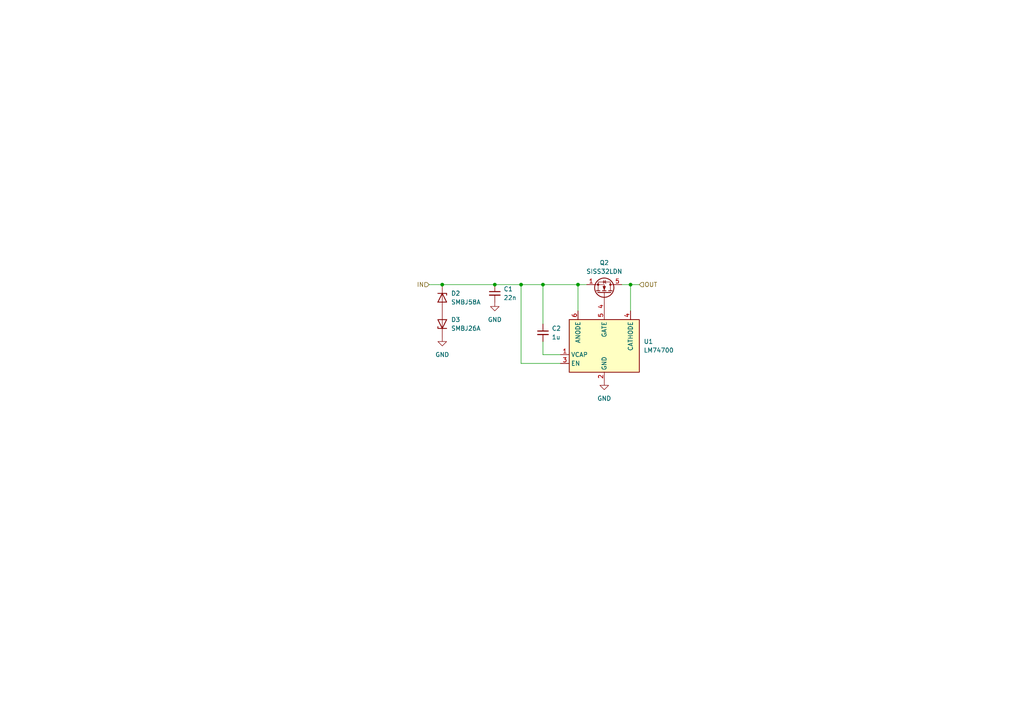
<source format=kicad_sch>
(kicad_sch (version 20231120) (generator "eeschema") (generator_version "8.0")
  (paper "A4")
  (lib_symbols
    (symbol "Device:C_Small" (pin_numbers hide) (pin_names (offset 0.254) hide)
      (property "Reference" "C" (at 0.254 1.778 0))
      (property "Value" "C_Small" (at 0.254 -2.032 0))
      (symbol "C_Small_0_1"
        (polyline (pts (xy -1.524 -0.508) (xy 1.524 -0.508)) (stroke (width 0.3302)))
        (polyline (pts (xy -1.524 0.508) (xy 1.524 0.508)) (stroke (width 0.3048)))
      )
      (symbol "C_Small_1_1"
        (pin passive line (at 0 2.54 270) (length 2.032) (name "~") (number "1"))
        (pin passive line (at 0 -2.54 90) (length 2.032) (name "~") (number "2"))
      )
    )
    (symbol "Device:D_Zener" (pin_numbers hide) (pin_names (offset 1.016) hide)
      (property "Reference" "D" (at 0 2.54 0))
      (property "Value" "D_Zener" (at 0 -2.54 0))
      (symbol "D_Zener_0_1"
        (polyline (pts (xy 1.27 0) (xy -1.27 0)))
        (polyline (pts (xy -1.27 -1.27) (xy -1.27 1.27) (xy -0.762 1.27)) (stroke (width 0.254)))
        (polyline (pts (xy 1.27 -1.27) (xy 1.27 1.27) (xy -1.27 0) (xy 1.27 -1.27)) (stroke (width 0.254)))
      )
      (symbol "D_Zener_1_1"
        (pin passive line (at -3.81 0 0) (length 2.54) (name "K") (number "1"))
        (pin passive line (at 3.81 0 180) (length 2.54) (name "A") (number "2"))
      )
    )
    (symbol "Power_Management:LM74700"
      (property "Reference" "U" (at -9.525 -8.89 0))
      (property "Value" "LM74700" (at 7.62 -8.89 0))
      (symbol "LM74700_0_1"
        (rectangle (start -10.16 7.62) (end 10.16 -7.62) (stroke (width 0.254)) (fill (type background)))
      )
      (symbol "LM74700_1_1"
        (pin passive line (at -12.7 -2.54 0) (length 2.54) (name "VCAP") (number "1"))
        (pin power_in line (at 0 -10.16 90) (length 2.54) (name "GND") (number "2"))
        (pin input line (at -12.7 -5.08 0) (length 2.54) (name "EN") (number "3"))
        (pin input line (at 7.62 10.16 270) (length 2.54) (name "CATHODE") (number "4"))
        (pin output line (at 0 10.16 270) (length 2.54) (name "GATE") (number "5"))
        (pin power_in line (at -7.62 10.16 270) (length 2.54) (name "ANODE") (number "6"))
      )
    )
    (symbol "bao-lib:SISS32LDN" (pin_names hide)
      (property "Reference" "Q" (at 5.08 1.905 0))
      (property "Value" "SISS32LDN" (at 5.08 0 0))
      (symbol "SISS32LDN_0_1"
        (polyline (pts (xy 0.254 0) (xy -2.54 0)))
        (polyline (pts (xy 0.254 1.905) (xy 0.254 -1.905)) (stroke (width 0.254)))
        (polyline (pts (xy 0.762 -1.27) (xy 0.762 -2.286)) (stroke (width 0.254)))
        (polyline (pts (xy 0.762 0.508) (xy 0.762 -0.508)) (stroke (width 0.254)))
        (polyline (pts (xy 0.762 2.286) (xy 0.762 1.27)) (stroke (width 0.254)))
        (polyline (pts (xy 2.54 2.54) (xy 2.54 1.778)))
        (polyline (pts (xy 2.54 -2.54) (xy 2.54 0) (xy 0.762 0)))
        (polyline (pts (xy 0.762 -1.778) (xy 3.302 -1.778) (xy 3.302 1.778) (xy 0.762 1.778)))
        (polyline (pts (xy 1.016 0) (xy 2.032 0.381) (xy 2.032 -0.381) (xy 1.016 0)) (fill (type outline)))
        (polyline (pts (xy 2.794 0.508) (xy 2.921 0.381) (xy 3.683 0.381) (xy 3.81 0.254)))
        (polyline (pts (xy 3.302 0.381) (xy 2.921 -0.254) (xy 3.683 -0.254) (xy 3.302 0.381)))
        (circle (center 1.651 0) (radius 2.794) (stroke (width 0.254)))
        (circle (center 2.54 -1.778) (radius 0.254) (fill (type outline)))
        (circle (center 2.54 1.778) (radius 0.254) (fill (type outline)))
      )
      (symbol "SISS32LDN_1_1"
        (pin passive line (at 2.54 -5.08 90) (length 2.54) (name "S") (number "1"))
        (pin passive line (at 2.54 -5.08 90) (length 2.54) hide (name "S") (number "2"))
        (pin passive line (at 2.54 -5.08 90) (length 2.54) hide (name "S") (number "3"))
        (pin input line (at -5.08 0 0) (length 2.54) (name "G") (number "4"))
        (pin passive line (at 2.54 5.08 270) (length 2.54) (name "D") (number "5"))
      )
    )
    (symbol "power:GND" (power) (pin_numbers hide) (pin_names (offset 0) hide)
      (property "Value" "GND" (at 0 -3.81 0))
      (symbol "GND_0_1"
        (polyline (pts (xy 0 0) (xy 0 -1.27) (xy 1.27 -1.27) (xy 0 -2.54) (xy -1.27 -1.27) (xy 0 -1.27)))
      )
      (symbol "GND_1_1"
        (pin power_in line (at 0 0 270) (length 0) (name "~") (number "1"))
      )
    )
  )
  (junction (at 128.27 82.55))
  (junction (at 157.48 82.55))
  (junction (at 182.88 82.55))
  (junction (at 151.13 82.55))
  (junction (at 167.64 82.55))
  (junction (at 143.51 82.55))
  (wire (pts (xy 151.13 82.55) (xy 157.48 82.55)))
  (wire (pts (xy 162.56 102.87) (xy 157.48 102.87)))
  (wire (pts (xy 167.64 90.17) (xy 167.64 82.55)))
  (wire (pts (xy 157.48 82.55) (xy 157.48 93.98)))
  (wire (pts (xy 151.13 105.41) (xy 151.13 82.55)))
  (wire (pts (xy 180.34 82.55) (xy 182.88 82.55)))
  (wire (pts (xy 167.64 82.55) (xy 170.18 82.55)))
  (wire (pts (xy 182.88 82.55) (xy 182.88 90.17)))
  (wire (pts (xy 124.46 82.55) (xy 128.27 82.55)))
  (wire (pts (xy 157.48 82.55) (xy 167.64 82.55)))
  (wire (pts (xy 157.48 102.87) (xy 157.48 99.06)))
  (wire (pts (xy 128.27 82.55) (xy 143.51 82.55)))
  (wire (pts (xy 182.88 82.55) (xy 185.42 82.55)))
  (wire (pts (xy 162.56 105.41) (xy 151.13 105.41)))
  (wire (pts (xy 143.51 82.55) (xy 151.13 82.55)))
  (hierarchical_label "OUT" (shape input) (at 185.42 82.55 0))
  (hierarchical_label "IN" (shape input) (at 124.46 82.55 180))
  (symbol (lib_id "Device:C_Small") (at 143.51 85.09 0) (unit 1)
    (property "Reference" "C1" (at 146.05 83.8262 0) (effects (justify left)))
    (property "Value" "22n" (at 146.05 86.3662 0) (effects (justify left)))
    (property "Footprint" "Capacitor_SMD:C_0402_1005Metric" (effects (hide yes)))
    (property "Description" "Unpolarized capacitor, small symbol" (effects (hide yes)))
    (property "MPN" "GRM155R71H223KA12D" (effects (hide yes)))
  )
  (symbol (lib_id "Power_Management:LM74700") (at 175.26 100.33 0) (unit 1)
    (property "Reference" "U1" (at 186.69 99.0599 0) (effects (justify left)))
    (property "Value" "LM74700" (at 186.69 101.5999 0) (effects (justify left)))
    (property "Footprint" "Package_TO_SOT_SMD:SOT-23-6" (effects (hide yes)))
    (property "Datasheet" "http://www.ti.com/lit/gpn/LM74700-Q1" (effects (hide yes)))
    (property "Description" "Low Iq reverse battery protection ideal diode controller, SOT-23-6" (effects (hide yes)))
    (property "MPN" "LM74700QDBVRQ1" (effects (hide yes)))
  )
  (symbol (lib_id "Device:D_Zener") (at 128.27 93.98 90) (unit 1)
    (property "Reference" "D3" (at 130.81 92.7099 90) (effects (justify right)))
    (property "Value" "SMBJ26A" (at 130.81 95.2499 90) (effects (justify right)))
    (property "Footprint" "Diode_SMD:D_SMB" (effects (hide yes)))
    (property "Description" "Zener diode" (effects (hide yes)))
  )
  (symbol (lib_id "Device:D_Zener") (at 128.27 86.36 270) (unit 1)
    (property "Reference" "D2" (at 130.81 85.0899 90) (effects (justify left)))
    (property "Value" "SMBJ58A" (at 130.81 87.6299 90) (effects (justify left)))
    (property "Footprint" "Diode_SMD:D_SMB" (effects (hide yes)))
    (property "Description" "Zener diode" (effects (hide yes)))
  )
  (symbol (lib_id "power:GND") (at 143.51 87.63 0) (unit 1)
    (property "Reference" "#PWR021" (effects (hide yes)))
    (property "Value" "GND" (at 143.51 92.71 0))
    (property "Description" "Power symbol creates a global label with name \"GND\" , ground" (effects (hide yes)))
  )
  (symbol (lib_id "power:GND") (at 128.27 97.79 0) (unit 1)
    (property "Reference" "#PWR020" (effects (hide yes)))
    (property "Value" "GND" (at 128.27 102.87 0))
    (property "Description" "Power symbol creates a global label with name \"GND\" , ground" (effects (hide yes)))
  )
  (symbol (lib_id "power:GND") (at 175.26 110.49 0) (unit 1)
    (property "Reference" "#PWR022" (effects (hide yes)))
    (property "Value" "GND" (at 175.26 115.57 0))
    (property "Description" "Power symbol creates a global label with name \"GND\" , ground" (effects (hide yes)))
  )
  (symbol (lib_id "bao-lib:SISS32LDN") (at 175.26 85.09 270) (mirror x) (unit 1)
    (property "Reference" "Q2" (at 175.26 76.2 90))
    (property "Value" "SISS32LDN" (at 175.26 78.74 90))
    (property "Footprint" "Package_SO:Vishay_PowerPAK_1212-8_Single" (effects (hide yes)))
    (property "Datasheet" "https://www.vishay.com/docs/77179/siss32ldn.pdf" (effects (hide yes)))
    (property "Description" "63A Id, 80V Vds, N-Channel MOSFET, PowerPAK 1212-8 Single" (effects (hide yes)))
  )
  (symbol (lib_id "Device:C_Small") (at 157.48 96.52 0) (unit 1)
    (property "Reference" "C2" (at 160.02 95.2562 0) (effects (justify left)))
    (property "Value" "1u" (at 160.02 97.7962 0) (effects (justify left)))
    (property "Footprint" "Capacitor_SMD:C_0603_1608Metric" (effects (hide yes)))
    (property "Description" "Unpolarized capacitor, small symbol" (effects (hide yes)))
    (property "MPN" "CGA3E1X7R1E105K080AD" (effects (hide yes)))
  )
)
</source>
